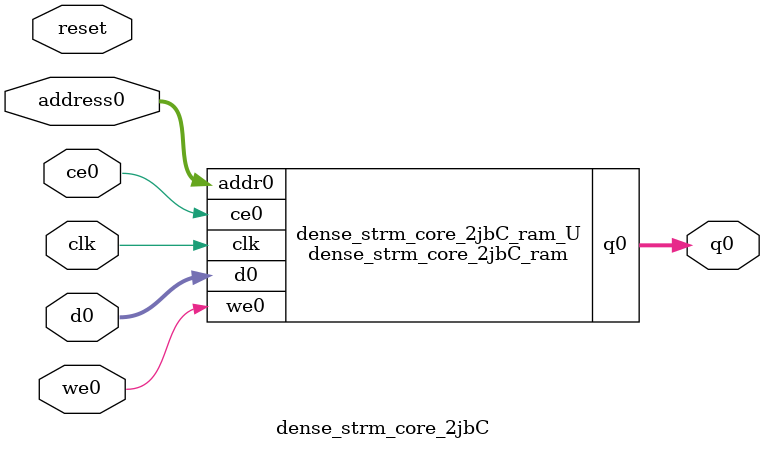
<source format=v>
`timescale 1 ns / 1 ps
module dense_strm_core_2jbC_ram (addr0, ce0, d0, we0, q0,  clk);

parameter DWIDTH = 8;
parameter AWIDTH = 7;
parameter MEM_SIZE = 100;

input[AWIDTH-1:0] addr0;
input ce0;
input[DWIDTH-1:0] d0;
input we0;
output reg[DWIDTH-1:0] q0;
input clk;

(* ram_style = "distributed" *)reg [DWIDTH-1:0] ram[0:MEM_SIZE-1];




always @(posedge clk)  
begin 
    if (ce0) begin
        if (we0) 
            ram[addr0] <= d0; 
        q0 <= ram[addr0];
    end
end


endmodule

`timescale 1 ns / 1 ps
module dense_strm_core_2jbC(
    reset,
    clk,
    address0,
    ce0,
    we0,
    d0,
    q0);

parameter DataWidth = 32'd8;
parameter AddressRange = 32'd100;
parameter AddressWidth = 32'd7;
input reset;
input clk;
input[AddressWidth - 1:0] address0;
input ce0;
input we0;
input[DataWidth - 1:0] d0;
output[DataWidth - 1:0] q0;



dense_strm_core_2jbC_ram dense_strm_core_2jbC_ram_U(
    .clk( clk ),
    .addr0( address0 ),
    .ce0( ce0 ),
    .we0( we0 ),
    .d0( d0 ),
    .q0( q0 ));

endmodule


</source>
